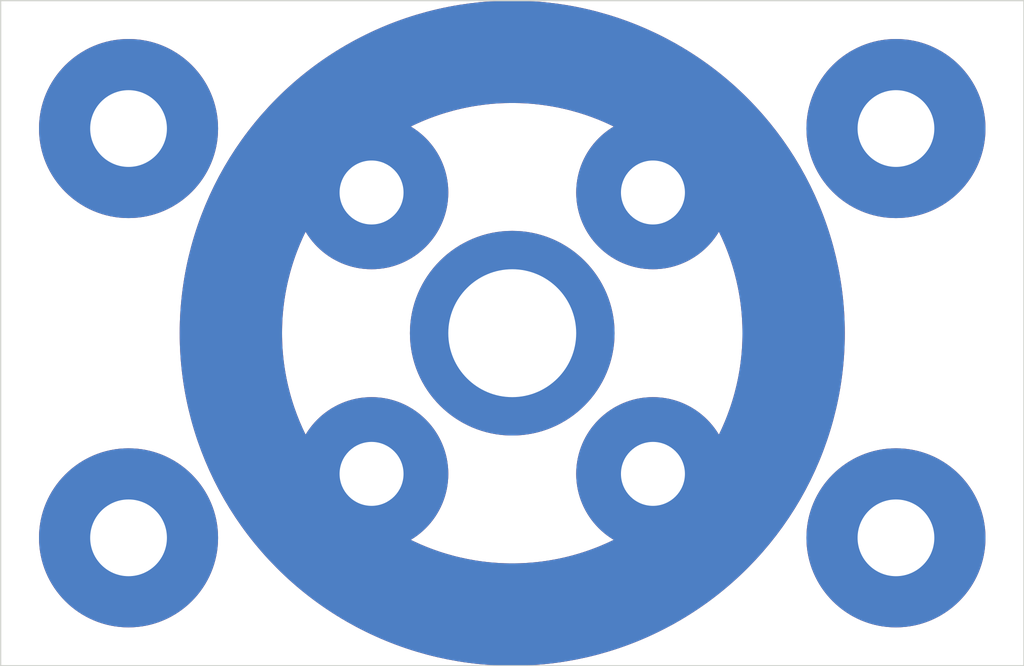
<source format=kicad_pcb>
(kicad_pcb (version 20171130) (host pcbnew 5.1.9+dfsg1-1)

  (general
    (thickness 1.6)
    (drawings 4)
    (tracks 24)
    (zones 0)
    (modules 5)
    (nets 2)
  )

  (page A4)
  (layers
    (0 F.Cu signal)
    (1 In1.Cu signal)
    (2 In2.Cu signal)
    (31 B.Cu signal)
    (32 B.Adhes user)
    (33 F.Adhes user)
    (34 B.Paste user)
    (35 F.Paste user)
    (36 B.SilkS user)
    (37 F.SilkS user)
    (38 B.Mask user)
    (39 F.Mask user)
    (40 Dwgs.User user)
    (41 Cmts.User user)
    (42 Eco1.User user)
    (43 Eco2.User user)
    (44 Edge.Cuts user)
    (45 Margin user)
    (46 B.CrtYd user)
    (47 F.CrtYd user)
    (48 B.Fab user)
    (49 F.Fab user)
  )

  (setup
    (last_trace_width 0.25)
    (trace_clearance 0.2)
    (zone_clearance 0.508)
    (zone_45_only no)
    (trace_min 0.2)
    (via_size 0.8)
    (via_drill 0.4)
    (via_min_size 0.4)
    (via_min_drill 0.3)
    (uvia_size 0.3)
    (uvia_drill 0.1)
    (uvias_allowed no)
    (uvia_min_size 0.2)
    (uvia_min_drill 0.1)
    (edge_width 0.05)
    (segment_width 0.2)
    (pcb_text_width 0.3)
    (pcb_text_size 1.5 1.5)
    (mod_edge_width 0.12)
    (mod_text_size 1 1)
    (mod_text_width 0.15)
    (pad_size 1.524 1.524)
    (pad_drill 0.762)
    (pad_to_mask_clearance 0)
    (aux_axis_origin 0 0)
    (visible_elements FFFFFF7F)
    (pcbplotparams
      (layerselection 0x010fc_ffffffff)
      (usegerberextensions false)
      (usegerberattributes true)
      (usegerberadvancedattributes true)
      (creategerberjobfile true)
      (excludeedgelayer true)
      (linewidth 0.100000)
      (plotframeref false)
      (viasonmask false)
      (mode 1)
      (useauxorigin false)
      (hpglpennumber 1)
      (hpglpenspeed 20)
      (hpglpendiameter 15.000000)
      (psnegative false)
      (psa4output false)
      (plotreference true)
      (plotvalue true)
      (plotinvisibletext false)
      (padsonsilk false)
      (subtractmaskfromsilk false)
      (outputformat 1)
      (mirror false)
      (drillshape 1)
      (scaleselection 1)
      (outputdirectory ""))
  )

  (net 0 "")
  (net 1 "Net-(J1-Pad1)")

  (net_class Default "This is the default net class."
    (clearance 0.2)
    (trace_width 0.25)
    (via_dia 0.8)
    (via_drill 0.4)
    (uvia_dia 0.3)
    (uvia_drill 0.1)
    (add_net "Net-(J1-Pad1)")
  )

  (module custom-footprints:m3-d7-mounting-hole (layer F.Cu) (tedit 63D337D0) (tstamp 63D38F40)
    (at 128 95)
    (path /63D339D4)
    (fp_text reference J2 (at 0 0.5) (layer F.SilkS) hide
      (effects (font (size 1 1) (thickness 0.15)))
    )
    (fp_text value BOLT-HOLE (at 0 -0.5) (layer F.Fab)
      (effects (font (size 1 1) (thickness 0.15)))
    )
    (pad 1 thru_hole circle (at 0 0) (size 7 7) (drill 3) (layers *.Cu *.Mask)
      (net 1 "Net-(J1-Pad1)"))
  )

  (module custom-footprints:m3-d7-mounting-hole (layer F.Cu) (tedit 63D337D0) (tstamp 63D38F45)
    (at 158 95)
    (path /63D345D3)
    (fp_text reference J3 (at 0 0.5) (layer F.SilkS) hide
      (effects (font (size 1 1) (thickness 0.15)))
    )
    (fp_text value BOLT-HOLE (at 0 -0.5) (layer F.Fab)
      (effects (font (size 1 1) (thickness 0.15)))
    )
    (pad 1 thru_hole circle (at 0 0) (size 7 7) (drill 3) (layers *.Cu *.Mask)
      (net 1 "Net-(J1-Pad1)"))
  )

  (module custom-footprints:m3-d7-mounting-hole (layer F.Cu) (tedit 63D337D0) (tstamp 63D38F4A)
    (at 158 111)
    (path /63D3487E)
    (fp_text reference J4 (at 0 0.5) (layer F.SilkS) hide
      (effects (font (size 1 1) (thickness 0.15)))
    )
    (fp_text value BOLT-HOLE (at 0 -0.5) (layer F.Fab)
      (effects (font (size 1 1) (thickness 0.15)))
    )
    (pad 1 thru_hole circle (at 0 0) (size 7 7) (drill 3) (layers *.Cu *.Mask)
      (net 1 "Net-(J1-Pad1)"))
  )

  (module custom-footprints:m3-d7-mounting-hole (layer F.Cu) (tedit 63D337D0) (tstamp 63D38F4F)
    (at 128 111)
    (path /63D34B13)
    (fp_text reference J5 (at 0 0.5) (layer F.SilkS) hide
      (effects (font (size 1 1) (thickness 0.15)))
    )
    (fp_text value BOLT-HOLE (at 0 -0.5) (layer F.Fab)
      (effects (font (size 1 1) (thickness 0.15)))
    )
    (pad 1 thru_hole circle (at 0 0) (size 7 7) (drill 3) (layers *.Cu *.Mask)
      (net 1 "Net-(J1-Pad1)"))
  )

  (module custom-footprints:dragon-hotend-mount (layer F.Cu) (tedit 63D3372E) (tstamp 63D38F5C)
    (at 143 103)
    (path /63D34E51)
    (fp_text reference J6 (at 0 0.5) (layer F.SilkS) hide
      (effects (font (size 1 1) (thickness 0.15)))
    )
    (fp_text value HOTEND (at 0 -0.5) (layer F.Fab)
      (effects (font (size 1 1) (thickness 0.15)))
    )
    (fp_circle (center 0 0) (end 11 0) (layer B.Mask) (width 4))
    (fp_circle (center 0 0) (end 11 0) (layer F.Mask) (width 4))
    (fp_circle (center 0 0) (end 11 0) (layer B.Cu) (width 4))
    (fp_circle (center 0 0) (end 11 0) (layer F.Cu) (width 4))
    (pad 1 thru_hole circle (at 5.5 -5.5) (size 6 6) (drill 2.5) (layers *.Cu *.Mask)
      (net 1 "Net-(J1-Pad1)"))
    (pad 1 thru_hole circle (at 5.5 5.5) (size 6 6) (drill 2.5) (layers *.Cu *.Mask)
      (net 1 "Net-(J1-Pad1)"))
    (pad 1 thru_hole circle (at -5.5 5.5) (size 6 6) (drill 2.5) (layers *.Cu *.Mask)
      (net 1 "Net-(J1-Pad1)"))
    (pad 1 thru_hole circle (at -5.5 -5.5) (size 6 6) (drill 2.5) (layers *.Cu *.Mask)
      (net 1 "Net-(J1-Pad1)"))
    (pad 1 thru_hole circle (at 0 0) (size 8 8) (drill 5) (layers *.Cu *.Mask)
      (net 1 "Net-(J1-Pad1)"))
  )

  (gr_line (start 123 116) (end 123 90) (layer Edge.Cuts) (width 0.05) (tstamp 63D39046))
  (gr_line (start 163 116) (end 123 116) (layer Edge.Cuts) (width 0.05))
  (gr_line (start 163 90) (end 163 116) (layer Edge.Cuts) (width 0.05))
  (gr_line (start 123 90) (end 163 90) (layer Edge.Cuts) (width 0.05))

  (segment (start 135 95) (end 143 103) (width 0.25) (layer In1.Cu) (net 1))
  (segment (start 151 95) (end 143 103) (width 0.25) (layer In1.Cu) (net 1))
  (segment (start 135 111) (end 143 103) (width 0.25) (layer In1.Cu) (net 1))
  (segment (start 151 111) (end 143 103) (width 0.25) (layer In1.Cu) (net 1))
  (segment (start 135 95) (end 143 103) (width 0.25) (layer In2.Cu) (net 1))
  (segment (start 151 111) (end 143 103) (width 0.25) (layer In2.Cu) (net 1))
  (segment (start 151 95) (end 143 103) (width 0.25) (layer In2.Cu) (net 1))
  (segment (start 135 111) (end 143 103) (width 0.25) (layer In2.Cu) (net 1))
  (segment (start 135 95) (end 137.5 97.5) (width 0.25) (layer In1.Cu) (net 1))
  (segment (start 128 95) (end 135 95) (width 0.25) (layer In1.Cu) (net 1))
  (segment (start 135 111) (end 137.5 108.5) (width 0.25) (layer In1.Cu) (net 1))
  (segment (start 128 111) (end 135 111) (width 0.25) (layer In1.Cu) (net 1))
  (segment (start 151 95) (end 148.5 97.5) (width 0.25) (layer In1.Cu) (net 1))
  (segment (start 158 95) (end 151 95) (width 0.25) (layer In1.Cu) (net 1))
  (segment (start 151 111) (end 148.5 108.5) (width 0.25) (layer In1.Cu) (net 1))
  (segment (start 158 111) (end 151 111) (width 0.25) (layer In1.Cu) (net 1))
  (segment (start 135 95) (end 137.5 97.5) (width 0.25) (layer In2.Cu) (net 1))
  (segment (start 128 95) (end 135 95) (width 0.25) (layer In2.Cu) (net 1))
  (segment (start 135 111) (end 137.5 108.5) (width 0.25) (layer In2.Cu) (net 1))
  (segment (start 128 111) (end 135 111) (width 0.25) (layer In2.Cu) (net 1))
  (segment (start 151 111) (end 148.5 108.5) (width 0.25) (layer In2.Cu) (net 1))
  (segment (start 158 111) (end 151 111) (width 0.25) (layer In2.Cu) (net 1))
  (segment (start 151 95) (end 148.5 97.5) (width 0.25) (layer In2.Cu) (net 1))
  (segment (start 158 95) (end 151 95) (width 0.25) (layer In2.Cu) (net 1))

)

</source>
